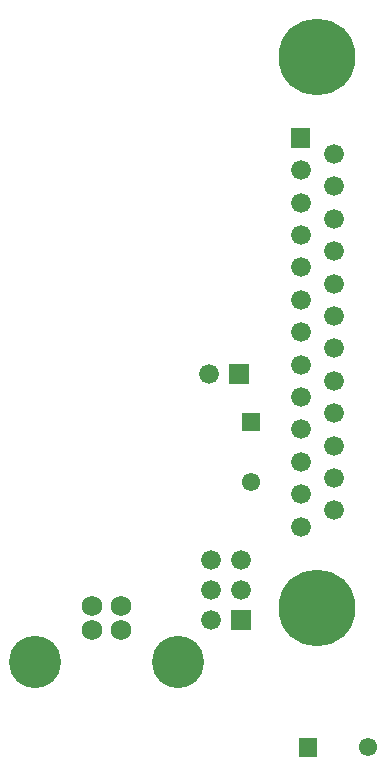
<source format=gbr>
G04 start of page 7 for group -4062 idx -4062 *
G04 Title: (unknown), soldermask *
G04 Creator: pcb 1.99z *
G04 CreationDate: Wed 16 Oct 2013 05:43:19 AM GMT UTC *
G04 For: commonadmin *
G04 Format: Gerber/RS-274X *
G04 PCB-Dimensions: 200000 300000 *
G04 PCB-Coordinate-Origin: lower left *
%MOIN*%
%FSLAX25Y25*%
%LNBOTTOMMASK*%
%ADD89C,0.0680*%
%ADD88C,0.1740*%
%ADD87C,0.2560*%
%ADD86C,0.0660*%
%ADD85C,0.0610*%
%ADD84C,0.0001*%
G54D84*G36*
X99450Y53050D02*Y46950D01*
X105550D01*
Y53050D01*
X99450D01*
G37*
G54D85*X122500Y50000D03*
G54D84*G36*
X96600Y256500D02*Y249900D01*
X103200D01*
Y256500D01*
X96600D01*
G37*
G54D86*X99900Y242400D03*
X111100Y247800D03*
Y237000D03*
G54D87*X105500Y280200D03*
G54D86*X99900Y199200D03*
Y188400D03*
Y231600D03*
Y220800D03*
Y210000D03*
X111100Y226200D03*
Y215400D03*
Y204600D03*
Y193800D03*
Y183000D03*
X99900Y177600D03*
G54D84*G36*
X76200Y177800D02*Y171200D01*
X82800D01*
Y177800D01*
X76200D01*
G37*
G54D86*X69500Y174500D03*
X99900Y166800D03*
Y156000D03*
Y145200D03*
Y134400D03*
Y123600D03*
X111100Y172200D03*
Y161400D03*
Y150600D03*
Y139800D03*
Y129000D03*
G54D84*G36*
X80450Y161550D02*Y155450D01*
X86550D01*
Y161550D01*
X80450D01*
G37*
G54D85*X83500Y138500D03*
G54D87*X105500Y96600D03*
G54D88*X58900Y78500D03*
G54D84*G36*
X76700Y95800D02*Y89200D01*
X83300D01*
Y95800D01*
X76700D01*
G37*
G54D86*X70000Y92500D03*
X80000Y102500D03*
X70000D03*
G54D89*X40100Y89200D03*
X30300D03*
Y97000D03*
X40100D03*
G54D88*X11500Y78500D03*
G54D86*X80000Y112500D03*
X70000D03*
M02*

</source>
